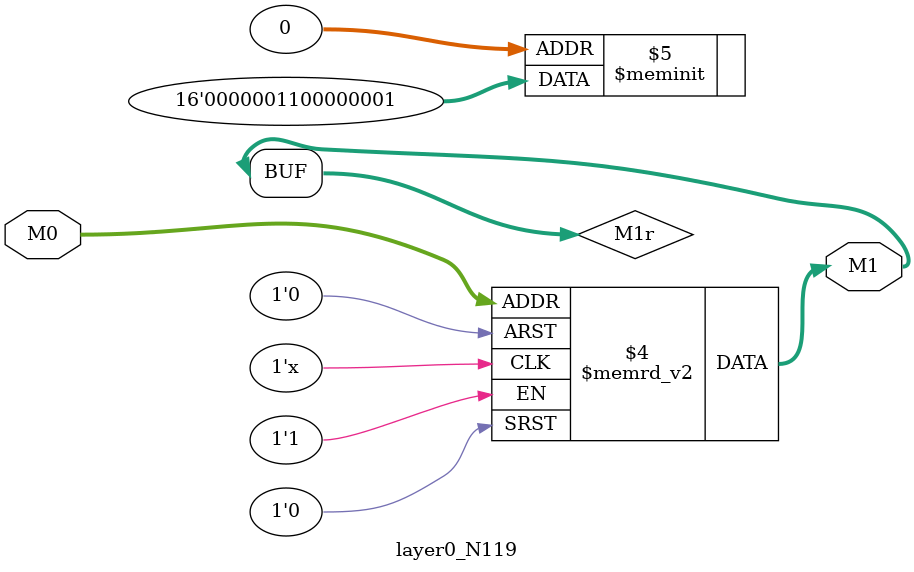
<source format=v>
module layer0_N119 ( input [2:0] M0, output [1:0] M1 );

	(*rom_style = "distributed" *) reg [1:0] M1r;
	assign M1 = M1r;
	always @ (M0) begin
		case (M0)
			3'b000: M1r = 2'b01;
			3'b100: M1r = 2'b11;
			3'b010: M1r = 2'b00;
			3'b110: M1r = 2'b00;
			3'b001: M1r = 2'b00;
			3'b101: M1r = 2'b00;
			3'b011: M1r = 2'b00;
			3'b111: M1r = 2'b00;

		endcase
	end
endmodule

</source>
